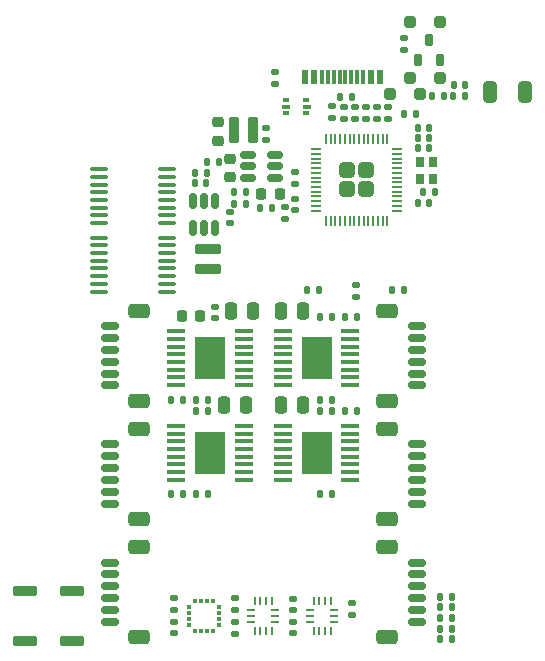
<source format=gbr>
%TF.GenerationSoftware,KiCad,Pcbnew,(7.0.0)*%
%TF.CreationDate,2023-08-07T02:07:42-04:00*%
%TF.ProjectId,NoU3,4e6f5533-2e6b-4696-9361-645f70636258,rev?*%
%TF.SameCoordinates,Original*%
%TF.FileFunction,Paste,Top*%
%TF.FilePolarity,Positive*%
%FSLAX46Y46*%
G04 Gerber Fmt 4.6, Leading zero omitted, Abs format (unit mm)*
G04 Created by KiCad (PCBNEW (7.0.0)) date 2023-08-07 02:07:42*
%MOMM*%
%LPD*%
G01*
G04 APERTURE LIST*
G04 Aperture macros list*
%AMRoundRect*
0 Rectangle with rounded corners*
0 $1 Rounding radius*
0 $2 $3 $4 $5 $6 $7 $8 $9 X,Y pos of 4 corners*
0 Add a 4 corners polygon primitive as box body*
4,1,4,$2,$3,$4,$5,$6,$7,$8,$9,$2,$3,0*
0 Add four circle primitives for the rounded corners*
1,1,$1+$1,$2,$3*
1,1,$1+$1,$4,$5*
1,1,$1+$1,$6,$7*
1,1,$1+$1,$8,$9*
0 Add four rect primitives between the rounded corners*
20,1,$1+$1,$2,$3,$4,$5,0*
20,1,$1+$1,$4,$5,$6,$7,0*
20,1,$1+$1,$6,$7,$8,$9,0*
20,1,$1+$1,$8,$9,$2,$3,0*%
G04 Aperture macros list end*
%ADD10RoundRect,0.140000X-0.140000X-0.170000X0.140000X-0.170000X0.140000X0.170000X-0.140000X0.170000X0*%
%ADD11RoundRect,0.140000X0.170000X-0.140000X0.170000X0.140000X-0.170000X0.140000X-0.170000X-0.140000X0*%
%ADD12RoundRect,0.140000X-0.170000X0.140000X-0.170000X-0.140000X0.170000X-0.140000X0.170000X0.140000X0*%
%ADD13R,2.540000X3.556000*%
%ADD14RoundRect,0.100000X0.687500X0.100000X-0.687500X0.100000X-0.687500X-0.100000X0.687500X-0.100000X0*%
%ADD15RoundRect,0.250000X0.250000X0.250000X-0.250000X0.250000X-0.250000X-0.250000X0.250000X-0.250000X0*%
%ADD16RoundRect,0.135000X-0.135000X-0.185000X0.135000X-0.185000X0.135000X0.185000X-0.135000X0.185000X0*%
%ADD17RoundRect,0.135000X-0.185000X0.135000X-0.185000X-0.135000X0.185000X-0.135000X0.185000X0.135000X0*%
%ADD18RoundRect,0.135000X0.135000X0.185000X-0.135000X0.185000X-0.135000X-0.185000X0.135000X-0.185000X0*%
%ADD19RoundRect,0.100000X0.637500X0.100000X-0.637500X0.100000X-0.637500X-0.100000X0.637500X-0.100000X0*%
%ADD20RoundRect,0.225000X-0.250000X0.225000X-0.250000X-0.225000X0.250000X-0.225000X0.250000X0.225000X0*%
%ADD21RoundRect,0.135000X0.185000X-0.135000X0.185000X0.135000X-0.185000X0.135000X-0.185000X-0.135000X0*%
%ADD22RoundRect,0.100000X-0.900000X0.300000X-0.900000X-0.300000X0.900000X-0.300000X0.900000X0.300000X0*%
%ADD23RoundRect,0.100000X-0.687500X-0.100000X0.687500X-0.100000X0.687500X0.100000X-0.687500X0.100000X0*%
%ADD24RoundRect,0.140000X0.140000X0.170000X-0.140000X0.170000X-0.140000X-0.170000X0.140000X-0.170000X0*%
%ADD25RoundRect,0.225000X0.225000X0.250000X-0.225000X0.250000X-0.225000X-0.250000X0.225000X-0.250000X0*%
%ADD26RoundRect,0.150000X0.625000X-0.150000X0.625000X0.150000X-0.625000X0.150000X-0.625000X-0.150000X0*%
%ADD27RoundRect,0.250000X0.650000X-0.350000X0.650000X0.350000X-0.650000X0.350000X-0.650000X-0.350000X0*%
%ADD28RoundRect,0.150000X0.150000X-0.400000X0.150000X0.400000X-0.150000X0.400000X-0.150000X-0.400000X0*%
%ADD29RoundRect,0.150000X-0.625000X0.150000X-0.625000X-0.150000X0.625000X-0.150000X0.625000X0.150000X0*%
%ADD30RoundRect,0.250000X-0.650000X0.350000X-0.650000X-0.350000X0.650000X-0.350000X0.650000X0.350000X0*%
%ADD31RoundRect,0.150000X-0.150000X0.512500X-0.150000X-0.512500X0.150000X-0.512500X0.150000X0.512500X0*%
%ADD32R,0.800000X0.900000*%
%ADD33RoundRect,0.249999X-0.395001X0.395001X-0.395001X-0.395001X0.395001X-0.395001X0.395001X0.395001X0*%
%ADD34RoundRect,0.050000X-0.050000X0.387500X-0.050000X-0.387500X0.050000X-0.387500X0.050000X0.387500X0*%
%ADD35RoundRect,0.050000X-0.387500X0.050000X-0.387500X-0.050000X0.387500X-0.050000X0.387500X0.050000X0*%
%ADD36R,0.500000X0.375000*%
%ADD37R,0.650000X0.300000*%
%ADD38RoundRect,0.250000X0.250000X0.475000X-0.250000X0.475000X-0.250000X-0.475000X0.250000X-0.475000X0*%
%ADD39R,0.600000X1.160000*%
%ADD40R,0.300000X1.160000*%
%ADD41RoundRect,0.225000X-0.225000X-0.250000X0.225000X-0.250000X0.225000X0.250000X-0.225000X0.250000X0*%
%ADD42RoundRect,0.250000X-0.250000X-0.475000X0.250000X-0.475000X0.250000X0.475000X-0.250000X0.475000X0*%
%ADD43R,0.250000X0.675000*%
%ADD44R,0.675000X0.250000*%
%ADD45RoundRect,0.212500X-0.887500X0.212500X-0.887500X-0.212500X0.887500X-0.212500X0.887500X0.212500X0*%
%ADD46R,0.300000X0.450000*%
%ADD47R,0.450000X0.300000*%
%ADD48RoundRect,0.150000X-0.512500X-0.150000X0.512500X-0.150000X0.512500X0.150000X-0.512500X0.150000X0*%
%ADD49RoundRect,0.212500X0.212500X0.887500X-0.212500X0.887500X-0.212500X-0.887500X0.212500X-0.887500X0*%
%ADD50RoundRect,0.250000X-0.325000X-0.650000X0.325000X-0.650000X0.325000X0.650000X-0.325000X0.650000X0*%
G04 APERTURE END LIST*
D10*
%TO.C,C38*%
X13529037Y8850000D03*
X14489037Y8850000D03*
%TD*%
D11*
%TO.C,C7*%
X-4100000Y-1780000D03*
X-4100000Y-820000D03*
%TD*%
D12*
%TO.C,C41*%
X2500000Y-27520000D03*
X2500000Y-28480000D03*
%TD*%
D13*
%TO.C,U1*%
X4499999Y-5199999D03*
D14*
X7362500Y-7475000D03*
X7362500Y-6825000D03*
X7362500Y-6175000D03*
X7362500Y-5525000D03*
X7362500Y-4875000D03*
X7362500Y-4225000D03*
X7362500Y-3575000D03*
X7362500Y-2925000D03*
X1637500Y-2925000D03*
X1637500Y-3575000D03*
X1637500Y-4225000D03*
X1637500Y-4875000D03*
X1637500Y-5525000D03*
X1637500Y-6175000D03*
X1637500Y-6825000D03*
X1637500Y-7475000D03*
%TD*%
D15*
%TO.C,D2*%
X13250000Y17200000D03*
X10750000Y17200000D03*
%TD*%
D16*
%TO.C,R3*%
X-7810000Y-8700000D03*
X-6790000Y-8700000D03*
%TD*%
D11*
%TO.C,C40*%
X2500000Y-26530000D03*
X2500000Y-25570000D03*
%TD*%
D17*
%TO.C,R19*%
X7500000Y-25885000D03*
X7500000Y-26905000D03*
%TD*%
D18*
%TO.C,R26*%
X15310000Y17000000D03*
X14290000Y17000000D03*
%TD*%
%TO.C,R23*%
X16010000Y-27200000D03*
X14990000Y-27200000D03*
%TD*%
D11*
%TO.C,C25*%
X2700001Y9570000D03*
X2700001Y10530000D03*
%TD*%
D19*
%TO.C,U13*%
X-8187500Y450000D03*
X-8187500Y1100000D03*
X-8187500Y1750000D03*
X-8187500Y2400000D03*
X-8187500Y3050000D03*
X-8187500Y3700000D03*
X-8187500Y4350000D03*
X-8187500Y5000000D03*
X-13912500Y5000000D03*
X-13912500Y4350000D03*
X-13912500Y3700000D03*
X-13912500Y3050000D03*
X-13912500Y2400000D03*
X-13912500Y1750000D03*
X-13912500Y1100000D03*
X-13912500Y450000D03*
%TD*%
D20*
%TO.C,C35*%
X-3800000Y14775000D03*
X-3800000Y13225000D03*
%TD*%
D19*
%TO.C,U14*%
X-8187500Y6250000D03*
X-8187500Y6900000D03*
X-8187500Y7550000D03*
X-8187500Y8200000D03*
X-8187500Y8850000D03*
X-8187500Y9500000D03*
X-8187500Y10150000D03*
X-8187500Y10800000D03*
X-13912500Y10800000D03*
X-13912500Y10150000D03*
X-13912500Y9500000D03*
X-13912500Y8850000D03*
X-13912500Y8200000D03*
X-13912500Y7550000D03*
X-13912500Y6900000D03*
X-13912500Y6250000D03*
%TD*%
D18*
%TO.C,R15*%
X7513708Y16930788D03*
X6493708Y16930788D03*
%TD*%
D21*
%TO.C,R16*%
X1000000Y17990000D03*
X1000000Y19010000D03*
%TD*%
D22*
%TO.C,SW2*%
X-20200000Y-24900000D03*
X-20200000Y-29100000D03*
%TD*%
D17*
%TO.C,R18*%
X7800000Y1010000D03*
X7800000Y-10000D03*
%TD*%
D13*
%TO.C,U4*%
X-4499999Y-5199999D03*
D23*
X-7362500Y-2925000D03*
X-7362500Y-3575000D03*
X-7362500Y-4225000D03*
X-7362500Y-4875000D03*
X-7362500Y-5525000D03*
X-7362500Y-6175000D03*
X-7362500Y-6825000D03*
X-7362500Y-7475000D03*
X-1637500Y-7475000D03*
X-1637500Y-6825000D03*
X-1637500Y-6175000D03*
X-1637500Y-5525000D03*
X-1637500Y-4875000D03*
X-1637500Y-4225000D03*
X-1637500Y-3575000D03*
X-1637500Y-2925000D03*
%TD*%
D24*
%TO.C,C30*%
X14039037Y7950000D03*
X13079037Y7950000D03*
%TD*%
D25*
%TO.C,C22*%
X1375000Y8700000D03*
X-175000Y8700000D03*
%TD*%
D26*
%TO.C,J17*%
X13025000Y-17500000D03*
X13025000Y-16500000D03*
X13025000Y-15500000D03*
X13025000Y-14500000D03*
X13025000Y-13500000D03*
X13025000Y-12500000D03*
D27*
X10500000Y-18800000D03*
X10500000Y-11200000D03*
%TD*%
D28*
%TO.C,Q1*%
X13050000Y20050000D03*
X14950000Y20050000D03*
X14000000Y21750000D03*
%TD*%
D24*
%TO.C,C34*%
X14059037Y13450000D03*
X13099037Y13450000D03*
%TD*%
D29*
%TO.C,J13*%
X-13025000Y-22500000D03*
X-13025000Y-23500000D03*
X-13025000Y-24500000D03*
X-13025000Y-25500000D03*
X-13025000Y-26500000D03*
X-13025000Y-27500000D03*
D30*
X-10500000Y-21200000D03*
X-10500000Y-28800000D03*
%TD*%
D31*
%TO.C,U16*%
X-4100000Y8100000D03*
X-5050000Y8100000D03*
X-6000000Y8100000D03*
X-6000000Y5825000D03*
X-5050000Y5825000D03*
X-4100000Y5825000D03*
%TD*%
D24*
%TO.C,C10*%
X-4720000Y-9700000D03*
X-5680000Y-9700000D03*
%TD*%
D10*
%TO.C,C4*%
X4820000Y-8700000D03*
X5780000Y-8700000D03*
%TD*%
%TO.C,C15*%
X16120000Y17900000D03*
X17080000Y17900000D03*
%TD*%
D12*
%TO.C,C27*%
X1800000Y7580000D03*
X1800000Y6620000D03*
%TD*%
D13*
%TO.C,U6*%
X4499999Y-13199999D03*
D14*
X7362500Y-15475000D03*
X7362500Y-14825000D03*
X7362500Y-14175000D03*
X7362500Y-13525000D03*
X7362500Y-12875000D03*
X7362500Y-12225000D03*
X7362500Y-11575000D03*
X7362500Y-10925000D03*
X1637500Y-10925000D03*
X1637500Y-11575000D03*
X1637500Y-12225000D03*
X1637500Y-12875000D03*
X1637500Y-13525000D03*
X1637500Y-14175000D03*
X1637500Y-14825000D03*
X1637500Y-15475000D03*
%TD*%
D32*
%TO.C,U3*%
X14341168Y9992282D03*
X14341168Y11392282D03*
X13241168Y11392282D03*
X13241168Y9992282D03*
%TD*%
D16*
%TO.C,R17*%
X3690000Y600000D03*
X4710000Y600000D03*
%TD*%
D26*
%TO.C,J10*%
X13025000Y-27500000D03*
X13025000Y-26500000D03*
X13025000Y-25500000D03*
X13025000Y-24500000D03*
X13025000Y-23500000D03*
X13025000Y-22500000D03*
D27*
X10500000Y-28800000D03*
X10500000Y-21200000D03*
%TD*%
D16*
%TO.C,R6*%
X-7810000Y-16700000D03*
X-6790000Y-16700000D03*
%TD*%
D33*
%TO.C,U2*%
X8700000Y10700000D03*
X7100000Y10700000D03*
X8700000Y9100000D03*
X7100000Y9100000D03*
D34*
X10500000Y13337500D03*
X10100000Y13337500D03*
X9700000Y13337500D03*
X9300000Y13337500D03*
X8900000Y13337500D03*
X8500000Y13337500D03*
X8100000Y13337500D03*
X7700000Y13337500D03*
X7300000Y13337500D03*
X6900000Y13337500D03*
X6500000Y13337500D03*
X6100000Y13337500D03*
X5700000Y13337500D03*
X5300000Y13337500D03*
D35*
X4462500Y12500000D03*
X4462500Y12100000D03*
X4462500Y11700000D03*
X4462500Y11300000D03*
X4462500Y10900000D03*
X4462500Y10500000D03*
X4462500Y10100000D03*
X4462500Y9700000D03*
X4462500Y9300000D03*
X4462500Y8900000D03*
X4462500Y8500000D03*
X4462500Y8100000D03*
X4462500Y7700000D03*
X4462500Y7300000D03*
D34*
X5300000Y6462500D03*
X5700000Y6462500D03*
X6100000Y6462500D03*
X6500000Y6462500D03*
X6900000Y6462500D03*
X7300000Y6462500D03*
X7700000Y6462500D03*
X8100000Y6462500D03*
X8500000Y6462500D03*
X8900000Y6462500D03*
X9300000Y6462500D03*
X9700000Y6462500D03*
X10100000Y6462500D03*
X10500000Y6462500D03*
D35*
X11337500Y7300000D03*
X11337500Y7700000D03*
X11337500Y8100000D03*
X11337500Y8500000D03*
X11337500Y8900000D03*
X11337500Y9300000D03*
X11337500Y9700000D03*
X11337500Y10100000D03*
X11337500Y10500000D03*
X11337500Y10900000D03*
X11337500Y11300000D03*
X11337500Y11700000D03*
X11337500Y12100000D03*
X11337500Y12500000D03*
%TD*%
D24*
%TO.C,C33*%
X-4824000Y9612500D03*
X-5784000Y9612500D03*
%TD*%
D17*
%TO.C,R30*%
X6821025Y16108642D03*
X6821025Y15088642D03*
%TD*%
D10*
%TO.C,C32*%
X-2455223Y8898251D03*
X-1495223Y8898251D03*
%TD*%
D18*
%TO.C,R24*%
X16010000Y-28100000D03*
X14990000Y-28100000D03*
%TD*%
D12*
%TO.C,C43*%
X-7600000Y-25520000D03*
X-7600000Y-26480000D03*
%TD*%
D13*
%TO.C,U5*%
X-4499999Y-13199999D03*
D23*
X-7362500Y-10925000D03*
X-7362500Y-11575000D03*
X-7362500Y-12225000D03*
X-7362500Y-12875000D03*
X-7362500Y-13525000D03*
X-7362500Y-14175000D03*
X-7362500Y-14825000D03*
X-7362500Y-15475000D03*
X-1637500Y-15475000D03*
X-1637500Y-14825000D03*
X-1637500Y-14175000D03*
X-1637500Y-13525000D03*
X-1637500Y-12875000D03*
X-1637500Y-12225000D03*
X-1637500Y-11575000D03*
X-1637500Y-10925000D03*
%TD*%
D10*
%TO.C,C37*%
X13099037Y12601471D03*
X14059037Y12601471D03*
%TD*%
D36*
%TO.C,U9*%
X1949999Y16637499D03*
D37*
X1874999Y16099999D03*
D36*
X1949999Y15562499D03*
X3649999Y15562499D03*
D37*
X3724999Y16099999D03*
D36*
X3649999Y16637499D03*
%TD*%
D38*
%TO.C,C11*%
X-850000Y-1200000D03*
X-2750000Y-1200000D03*
%TD*%
D16*
%TO.C,R12*%
X-310000Y7500000D03*
X710000Y7500000D03*
%TD*%
D10*
%TO.C,C13*%
X4820000Y-16700000D03*
X5780000Y-16700000D03*
%TD*%
D26*
%TO.C,J1*%
X13025000Y-7500000D03*
X13025000Y-6500000D03*
X13025000Y-5500000D03*
X13025000Y-4500000D03*
X13025000Y-3500000D03*
X13025000Y-2500000D03*
D27*
X10500000Y-8800000D03*
X10500000Y-1200000D03*
%TD*%
D39*
%TO.C,U17*%
X9899999Y18614999D03*
X9099999Y18614999D03*
D40*
X7949999Y18614999D03*
X6949999Y18614999D03*
X6449999Y18614999D03*
X5449999Y18614999D03*
D39*
X4299999Y18614999D03*
X3499999Y18614999D03*
X3499999Y18614999D03*
X4299999Y18614999D03*
D40*
X4949999Y18614999D03*
X5949999Y18614999D03*
X7449999Y18614999D03*
X8449999Y18614999D03*
D39*
X9099999Y18614999D03*
X9899999Y18614999D03*
%TD*%
D21*
%TO.C,R5*%
X8721537Y15059999D03*
X8721537Y16079999D03*
%TD*%
D41*
%TO.C,C36*%
X-6875000Y-1600000D03*
X-5325000Y-1600000D03*
%TD*%
D42*
%TO.C,C2*%
X1450000Y-1200000D03*
X3350000Y-1200000D03*
%TD*%
D43*
%TO.C,U26*%
X-749999Y-28262499D03*
X-249999Y-28262499D03*
X249999Y-28262499D03*
X749999Y-28262499D03*
D44*
X1012499Y-27499999D03*
X1012499Y-26999999D03*
X1012499Y-26499999D03*
D43*
X749999Y-25737499D03*
X249999Y-25737499D03*
X-249999Y-25737499D03*
X-749999Y-25737499D03*
D44*
X-1012499Y-26499999D03*
X-1012499Y-26999999D03*
X-1012499Y-27499999D03*
%TD*%
D24*
%TO.C,C3*%
X5780000Y-1700000D03*
X4820000Y-1700000D03*
%TD*%
D16*
%TO.C,R20*%
X14990000Y-25400000D03*
X16010000Y-25400000D03*
%TD*%
D17*
%TO.C,R10*%
X11900000Y21910000D03*
X11900000Y20890000D03*
%TD*%
D29*
%TO.C,J4*%
X-13025000Y-2500000D03*
X-13025000Y-3500000D03*
X-13025000Y-4500000D03*
X-13025000Y-5500000D03*
X-13025000Y-6500000D03*
X-13025000Y-7500000D03*
D30*
X-10500000Y-1200000D03*
X-10500000Y-8800000D03*
%TD*%
D42*
%TO.C,C8*%
X1450000Y-9200000D03*
X3350000Y-9200000D03*
%TD*%
D18*
%TO.C,R8*%
X7910000Y-9700000D03*
X6890000Y-9700000D03*
%TD*%
%TO.C,R13*%
X-4794000Y10518500D03*
X-5814000Y10518500D03*
%TD*%
D24*
%TO.C,C31*%
X14059037Y14298528D03*
X13099037Y14298528D03*
%TD*%
D45*
%TO.C,L2*%
X-4700000Y4025000D03*
X-4700000Y2375000D03*
%TD*%
D18*
%TO.C,R1*%
X7910000Y-1700000D03*
X6890000Y-1700000D03*
%TD*%
D10*
%TO.C,C9*%
X-5680000Y-16700000D03*
X-4720000Y-16700000D03*
%TD*%
D46*
%TO.C,U25*%
X-5749999Y-28274999D03*
X-5249999Y-28274999D03*
X-4749999Y-28274999D03*
X-4249999Y-28274999D03*
D47*
X-3724999Y-27749999D03*
X-3724999Y-27249999D03*
X-3724999Y-26749999D03*
X-3724999Y-26249999D03*
D46*
X-4249999Y-25724999D03*
X-4749999Y-25724999D03*
X-5249999Y-25724999D03*
X-5749999Y-25724999D03*
D47*
X-6274999Y-26249999D03*
X-6274999Y-26749999D03*
X-6274999Y-27249999D03*
X-6274999Y-27749999D03*
%TD*%
D43*
%TO.C,U23*%
X5749999Y-25737499D03*
X5249999Y-25737499D03*
X4749999Y-25737499D03*
X4249999Y-25737499D03*
D44*
X3987499Y-26499999D03*
X3987499Y-26999999D03*
X3987499Y-27499999D03*
D43*
X4249999Y-28262499D03*
X4749999Y-28262499D03*
X5249999Y-28262499D03*
X5749999Y-28262499D03*
D44*
X6012499Y-27499999D03*
X6012499Y-26999999D03*
X6012499Y-26499999D03*
%TD*%
D12*
%TO.C,C21*%
X10591537Y16050000D03*
X10591537Y15090000D03*
%TD*%
D16*
%TO.C,R31*%
X10890000Y600000D03*
X11910000Y600000D03*
%TD*%
D10*
%TO.C,C6*%
X-5680000Y-8700000D03*
X-4720000Y-8700000D03*
%TD*%
D48*
%TO.C,U15*%
X-1314394Y11999495D03*
X-1314394Y11049495D03*
X-1314394Y10099495D03*
X960606Y10099495D03*
X960606Y11049495D03*
X960606Y11999495D03*
%TD*%
D16*
%TO.C,R14*%
X-4810000Y11400000D03*
X-3790000Y11400000D03*
%TD*%
D38*
%TO.C,C5*%
X-1450000Y-9200000D03*
X-3350000Y-9200000D03*
%TD*%
D12*
%TO.C,C24*%
X9621538Y16050000D03*
X9621538Y15090000D03*
%TD*%
D18*
%TO.C,R25*%
X16010000Y-29000000D03*
X14990000Y-29000000D03*
%TD*%
D11*
%TO.C,C1*%
X7759037Y15090000D03*
X7759037Y16050000D03*
%TD*%
D16*
%TO.C,R11*%
X-2510000Y7900000D03*
X-1490000Y7900000D03*
%TD*%
D24*
%TO.C,C12*%
X5780000Y-9700000D03*
X4820000Y-9700000D03*
%TD*%
D11*
%TO.C,C28*%
X200000Y13320000D03*
X200000Y14280000D03*
%TD*%
D20*
%TO.C,C23*%
X-2800000Y11675000D03*
X-2800000Y10125000D03*
%TD*%
D12*
%TO.C,C26*%
X2700000Y8280000D03*
X2700000Y7320000D03*
%TD*%
D49*
%TO.C,L1*%
X-875000Y14100000D03*
X-2525000Y14100000D03*
%TD*%
D16*
%TO.C,R21*%
X14990000Y-26300000D03*
X16010000Y-26300000D03*
%TD*%
D24*
%TO.C,C14*%
X12880000Y15500000D03*
X11920000Y15500000D03*
%TD*%
D15*
%TO.C,D1*%
X14950000Y23300000D03*
X12450000Y23300000D03*
%TD*%
D21*
%TO.C,R28*%
X-2400000Y-26510000D03*
X-2400000Y-25490000D03*
%TD*%
D15*
%TO.C,D3*%
X14950000Y18500000D03*
X12450000Y18500000D03*
%TD*%
D11*
%TO.C,C42*%
X-7600000Y-28480000D03*
X-7600000Y-27520000D03*
%TD*%
D21*
%TO.C,R29*%
X5821025Y15098642D03*
X5821025Y16118642D03*
%TD*%
%TO.C,R22*%
X-2400000Y-28510000D03*
X-2400000Y-27490000D03*
%TD*%
D18*
%TO.C,R27*%
X17100000Y17000000D03*
X16080000Y17000000D03*
%TD*%
D22*
%TO.C,SW1*%
X-16200000Y-24900000D03*
X-16200000Y-29100000D03*
%TD*%
D12*
%TO.C,C29*%
X-2853646Y7173901D03*
X-2853646Y6213901D03*
%TD*%
D50*
%TO.C,J14*%
X19225000Y17300000D03*
X22175000Y17300000D03*
%TD*%
D29*
%TO.C,J7*%
X-13025000Y-12500000D03*
X-13025000Y-13500000D03*
X-13025000Y-14500000D03*
X-13025000Y-15500000D03*
X-13025000Y-16500000D03*
X-13025000Y-17500000D03*
D30*
X-10500000Y-11200000D03*
X-10500000Y-18800000D03*
%TD*%
M02*

</source>
